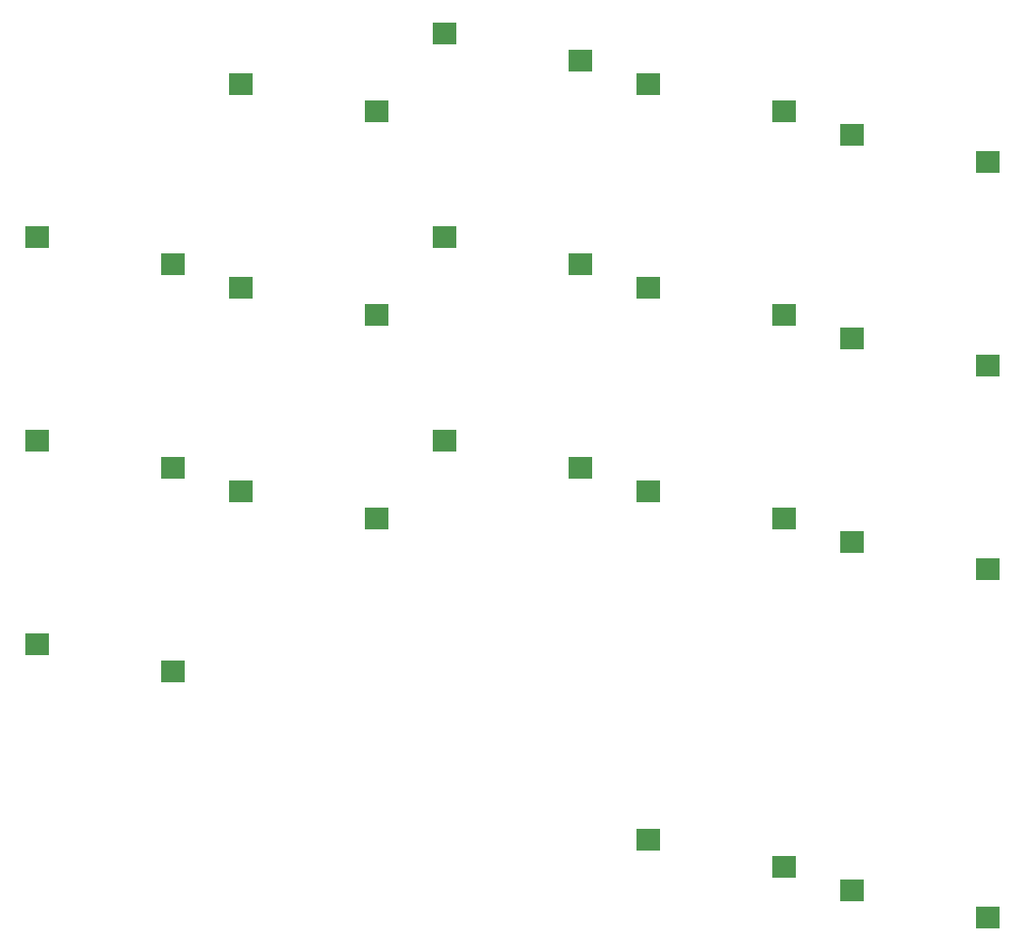
<source format=gbr>
%TF.GenerationSoftware,KiCad,Pcbnew,7.0.1*%
%TF.CreationDate,2023-09-26T17:53:04-04:00*%
%TF.ProjectId,under1hundo,756e6465-7231-4687-956e-646f2e6b6963,rev?*%
%TF.SameCoordinates,Original*%
%TF.FileFunction,Paste,Top*%
%TF.FilePolarity,Positive*%
%FSLAX46Y46*%
G04 Gerber Fmt 4.6, Leading zero omitted, Abs format (unit mm)*
G04 Created by KiCad (PCBNEW 7.0.1) date 2023-09-26 17:53:04*
%MOMM*%
%LPD*%
G01*
G04 APERTURE LIST*
%ADD10R,2.300000X2.000000*%
G04 APERTURE END LIST*
D10*
%TO.C,SW17*%
X236982000Y-120610000D03*
X224282000Y-118070000D03*
%TD*%
%TO.C,SW16*%
X217932000Y-115847500D03*
X205232000Y-113307500D03*
%TD*%
%TO.C,SW15*%
X236982000Y-88011000D03*
X224282000Y-85471000D03*
%TD*%
%TO.C,SW14*%
X217932000Y-83248500D03*
X205232000Y-80708500D03*
%TD*%
%TO.C,SW13*%
X198882000Y-78486000D03*
X186182000Y-75946000D03*
%TD*%
%TO.C,SW12*%
X179832000Y-83248500D03*
X167132000Y-80708500D03*
%TD*%
%TO.C,SW11*%
X160782000Y-97536000D03*
X148082000Y-94996000D03*
%TD*%
%TO.C,SW10*%
X236982000Y-68961000D03*
X224282000Y-66421000D03*
%TD*%
%TO.C,SW9*%
X217932000Y-64198500D03*
X205232000Y-61658500D03*
%TD*%
%TO.C,SW8*%
X198882000Y-59436000D03*
X186182000Y-56896000D03*
%TD*%
%TO.C,SW7*%
X179832000Y-64198500D03*
X167132000Y-61658500D03*
%TD*%
%TO.C,SW6*%
X160782000Y-78486000D03*
X148082000Y-75946000D03*
%TD*%
%TO.C,SW5*%
X224282000Y-47371000D03*
X236982000Y-49911000D03*
%TD*%
%TO.C,SW4*%
X217932000Y-45148500D03*
X205232000Y-42608500D03*
%TD*%
%TO.C,SW3*%
X198882000Y-40386000D03*
X186182000Y-37846000D03*
%TD*%
%TO.C,SW2*%
X179832000Y-45148500D03*
X167132000Y-42608500D03*
%TD*%
%TO.C,SW1*%
X160782000Y-59436000D03*
X148082000Y-56896000D03*
%TD*%
M02*

</source>
